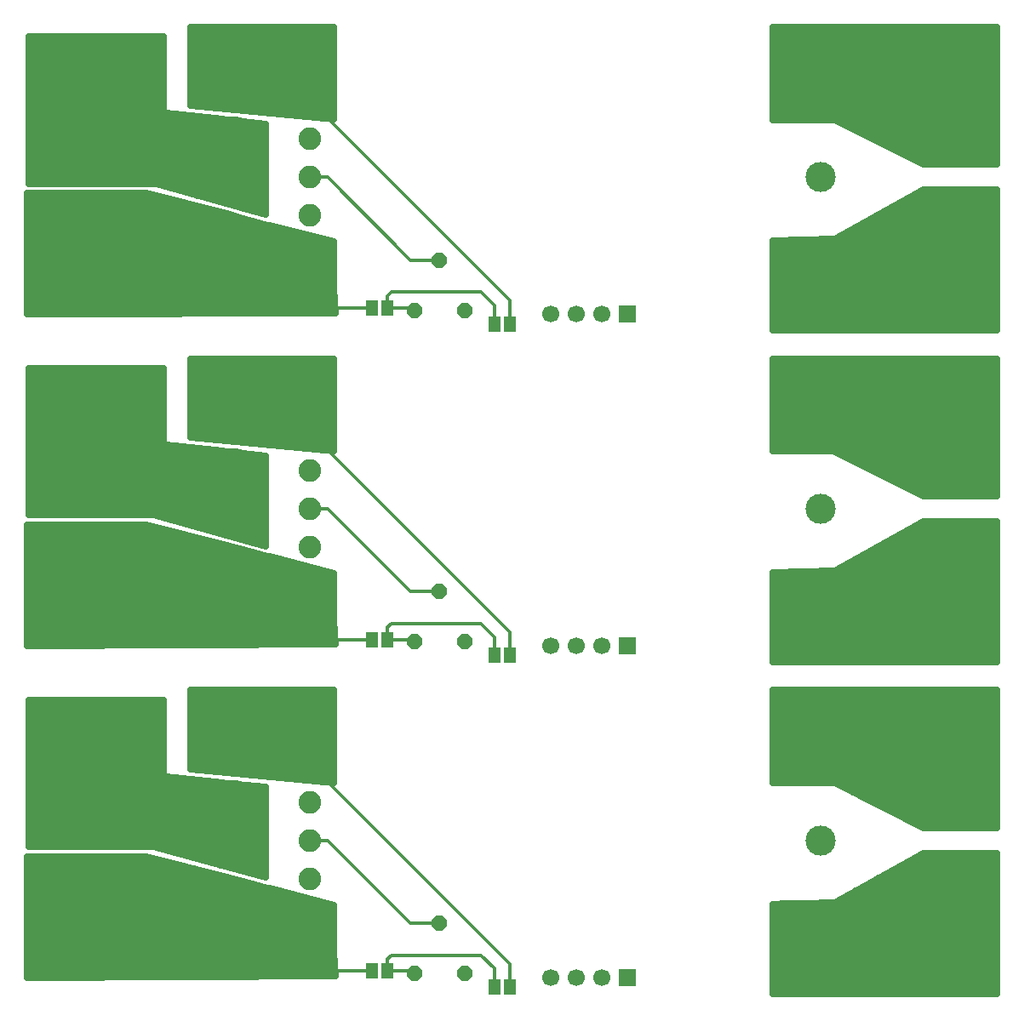
<source format=gbl>
G04 DipTrace 3.2.0.1*
G04 Bottom.GBL*
%MOIN*%
G04 #@! TF.FileFunction,Copper,L2,Bot*
G04 #@! TF.Part,Single*
%AMOUTLINE0*
4,1,8,
0.030488,-0.012629,
0.012629,-0.030488,
-0.012629,-0.030488,
-0.030488,-0.012629,
-0.030488,0.012629,
-0.012629,0.030488,
0.012629,0.030488,
0.030488,0.012629,
0.030488,-0.012629,
0*%
%AMOUTLINE1*
4,1,20,
0.0,0.070866,
0.027374,0.067398,
0.052068,0.057332,
0.071665,0.041654,
0.084247,0.021899,
0.088583,0.0,
0.084247,-0.021899,
0.071665,-0.041654,
0.052068,-0.057332,
0.027374,-0.067398,
0.0,-0.070866,
-0.027374,-0.067398,
-0.052068,-0.057332,
-0.071665,-0.041654,
-0.084247,-0.021899,
-0.088583,0.0,
-0.084247,0.021899,
-0.071665,0.041654,
-0.052068,0.057332,
-0.027374,0.067398,
0.0,0.070866,
0*%
G04 #@! TA.AperFunction,Conductor*
%ADD15C,0.012992*%
G04 #@! TA.AperFunction,CopperBalancing*
%ADD16C,0.025*%
G04 #@! TA.AperFunction,ComponentPad*
%ADD17R,0.066929X0.066929*%
%ADD18C,0.066929*%
%ADD19C,0.23622*%
%ADD20C,0.11811*%
%ADD21C,0.088583*%
%ADD22C,0.15*%
%ADD23C,0.062992*%
%ADD30R,0.046X0.063*%
G04 #@! TA.AperFunction,ComponentPad*
%ADD65OUTLINE0*%
%ADD66OUTLINE1*%
%FSLAX26Y26*%
G04*
G70*
G90*
G75*
G01*
G04 Bottom*
%LPD*%
X1953740Y81251D2*
D15*
Y172491D1*
X1169980Y956251D1*
Y356251D2*
Y209991D1*
X1236222Y143749D1*
X1416240D1*
X1169980Y656251D2*
X1241240D1*
X1566240Y331251D1*
X1678740D1*
X1476240Y143751D2*
Y191249D1*
X1491240Y206249D1*
X1841240D1*
X1893740Y153751D1*
Y81251D1*
X1476240Y143751D2*
X1570965D1*
X1580315Y134400D1*
X68758Y568882D2*
D16*
X620932D1*
X68758Y544013D2*
X717173D1*
X68758Y519144D2*
X813451D1*
X68758Y494276D2*
X906606D1*
X68758Y469407D2*
X996137D1*
X68758Y444538D2*
X1102246D1*
X68758Y419669D2*
X1198524D1*
X68758Y394801D2*
X1263725D1*
X68758Y369932D2*
X1263725D1*
X68758Y345063D2*
X1263725D1*
X68758Y320194D2*
X1263725D1*
X68758Y295325D2*
X1263725D1*
X68758Y270457D2*
X1263725D1*
X68758Y245588D2*
X1263725D1*
X68758Y220719D2*
X1263725D1*
X68758Y195850D2*
X1265053D1*
X68758Y170982D2*
X1266524D1*
X68758Y146113D2*
X1267996D1*
X68758Y121244D2*
X542597D1*
X532896Y592258D2*
X66258D1*
X66240Y118836D1*
X1271750Y124933D1*
X1266240Y218751D1*
Y402801D1*
X1015002Y467722D1*
X1009054Y467275D1*
X1004924Y467747D1*
X896684Y497729D1*
X857579Y508390D1*
X532900Y592266D1*
X2987508Y1218882D2*
X3857472D1*
X2987508Y1194013D2*
X3857472D1*
X2987508Y1169144D2*
X3857472D1*
X2987508Y1144276D2*
X3857472D1*
X2987508Y1119407D2*
X3857472D1*
X2987508Y1094538D2*
X3857472D1*
X2987508Y1069669D2*
X3857472D1*
X2987508Y1044801D2*
X3857472D1*
X2987508Y1019932D2*
X3857472D1*
X2987508Y995063D2*
X3857472D1*
X2987508Y970194D2*
X3857472D1*
X2987508Y945325D2*
X3857472D1*
X2987508Y920457D2*
X3857472D1*
X2987508Y895588D2*
X3857472D1*
X3248996Y870719D2*
X3857472D1*
X3298732Y845850D2*
X3857472D1*
X3348467Y820982D2*
X3857472D1*
X3398203Y796113D2*
X3857472D1*
X3447938Y771244D2*
X3857472D1*
X3497674Y746375D2*
X3857472D1*
X3547409Y721507D2*
X3857472D1*
X3859967Y1243751D2*
X2984958Y1243750D1*
X2984990Y881224D1*
X3224352Y881111D1*
X3227186Y880335D1*
X3575455Y706243D1*
X3859958Y706249D1*
X3859990Y1243746D1*
X3533307Y581382D2*
X3857472D1*
X3488380Y556513D2*
X3857472D1*
X3443453Y531644D2*
X3857472D1*
X3398526Y506776D2*
X3857472D1*
X3353599Y481907D2*
X3857472D1*
X3308672Y457038D2*
X3857472D1*
X3263745Y432169D2*
X3857472D1*
X3017184Y407301D2*
X3857472D1*
X2987508Y382432D2*
X3857472D1*
X2987508Y357563D2*
X3857472D1*
X2987508Y332694D2*
X3857472D1*
X2987508Y307825D2*
X3857472D1*
X2987508Y282957D2*
X3857472D1*
X2987508Y258088D2*
X3857472D1*
X2987508Y233219D2*
X3857472D1*
X2987508Y208350D2*
X3857472D1*
X2987508Y183482D2*
X3857472D1*
X2987508Y158613D2*
X3857472D1*
X2987508Y133744D2*
X3857472D1*
X2987508Y108875D2*
X3857472D1*
X2987508Y84007D2*
X3857472D1*
X2987508Y59138D2*
X3857472D1*
X3859990Y56273D2*
Y606234D1*
X3575721Y606251D1*
X3226759Y413251D1*
X3223898Y412580D1*
X2985001Y406558D1*
X2984990Y56226D1*
X3859958Y56249D1*
X706258Y1218882D2*
X1263743D1*
X706258Y1194013D2*
X1263743D1*
X706258Y1169144D2*
X1263743D1*
X706258Y1144276D2*
X1263743D1*
X706258Y1119407D2*
X1263743D1*
X706258Y1094538D2*
X1263743D1*
X706258Y1069669D2*
X1263743D1*
X706258Y1044801D2*
X1263743D1*
X706258Y1019932D2*
X1263743D1*
X706258Y995063D2*
X1263743D1*
X706258Y970194D2*
X1263743D1*
X706258Y945325D2*
X1263743D1*
X872330Y920457D2*
X1263743D1*
X1132096Y895588D2*
X1263743D1*
X1266217Y1243749D2*
X703747Y1243751D1*
X703740Y936343D1*
X1266215Y882506D1*
X1266240Y1243775D1*
X75007Y1181382D2*
X594993D1*
X75007Y1156513D2*
X594993D1*
X75007Y1131644D2*
X594993D1*
X75007Y1106776D2*
X594993D1*
X75007Y1081907D2*
X594993D1*
X75007Y1057038D2*
X594993D1*
X75007Y1032169D2*
X594993D1*
X75007Y1007301D2*
X594993D1*
X75007Y982432D2*
X594993D1*
X75007Y957563D2*
X594993D1*
X75007Y932694D2*
X594993D1*
X75007Y907825D2*
X601416D1*
X75007Y882957D2*
X819772D1*
X75007Y858088D2*
X994994D1*
X75007Y833219D2*
X994994D1*
X75007Y808350D2*
X994994D1*
X75007Y783482D2*
X994994D1*
X75007Y758613D2*
X994994D1*
X75007Y733744D2*
X994994D1*
X75007Y708875D2*
X994994D1*
X75007Y684007D2*
X994994D1*
X75007Y659138D2*
X994994D1*
X75007Y634269D2*
X994994D1*
X642839Y609400D2*
X994994D1*
X732370Y584531D2*
X994994D1*
X821901Y559663D2*
X994994D1*
X911432Y534794D2*
X994994D1*
X882854Y876327D2*
X873520Y875295D1*
X868319Y875543D1*
X837552Y879622D1*
X830497Y882056D1*
X607073Y906596D1*
X604316Y907613D1*
X601873Y909245D1*
X599878Y911403D1*
X598442Y913967D1*
X597645Y916795D1*
X597491Y927937D1*
Y1206219D1*
X72482Y1206251D1*
X72490Y631219D1*
X561408Y631170D1*
X572185Y628336D1*
X997493Y510195D1*
X997489Y863824D1*
X882889Y876327D1*
D17*
X2416240Y118749D3*
D18*
X2316240D3*
X2216240D3*
X2116240D3*
D19*
X3722490Y1131251D3*
Y831251D3*
Y468749D3*
Y168749D3*
D20*
X3169980Y956251D3*
Y656251D3*
Y356251D3*
D21*
X1169980Y656251D3*
Y506251D3*
Y806251D3*
D22*
Y956251D3*
Y356251D3*
D23*
X472490Y1106249D3*
X275640Y968454D3*
X472490Y830659D3*
X275640Y692864D3*
X472490Y555068D3*
X275640Y417273D3*
X472490Y279478D3*
X275640Y141682D3*
D65*
X1678740Y331251D3*
X1777165Y134400D3*
X1580315D3*
D30*
X1416240Y143749D3*
X1476240D3*
X1953740Y81251D3*
X1893740D3*
D66*
X872490Y625000D3*
Y821850D3*
Y979331D3*
Y1176181D3*
X1953740Y1380463D2*
D15*
Y1471703D1*
X1169980Y2255463D1*
Y1655463D2*
Y1509203D1*
X1236222Y1442962D1*
X1416240D1*
X1169980Y1955463D2*
X1241240D1*
X1566240Y1630463D1*
X1678740D1*
X1476240Y1442963D2*
Y1490462D1*
X1491240Y1505462D1*
X1841240D1*
X1893740Y1452963D1*
Y1380463D1*
X1476240Y1442963D2*
X1570965D1*
X1580315Y1433613D1*
X68758Y1868094D2*
D16*
X620932D1*
X68758Y1843226D2*
X717173D1*
X68758Y1818357D2*
X813451D1*
X68758Y1793488D2*
X906606D1*
X68758Y1768619D2*
X996137D1*
X68758Y1743751D2*
X1102246D1*
X68758Y1718882D2*
X1198524D1*
X68758Y1694013D2*
X1263725D1*
X68758Y1669144D2*
X1263725D1*
X68758Y1644276D2*
X1263725D1*
X68758Y1619407D2*
X1263725D1*
X68758Y1594538D2*
X1263725D1*
X68758Y1569669D2*
X1263725D1*
X68758Y1544801D2*
X1263725D1*
X68758Y1519932D2*
X1263725D1*
X68758Y1495063D2*
X1265053D1*
X68758Y1470194D2*
X1266524D1*
X68758Y1445325D2*
X1267996D1*
X68758Y1420457D2*
X542597D1*
X532896Y1891471D2*
X66258D1*
X66240Y1418048D1*
X1271750Y1424146D1*
X1266240Y1517963D1*
Y1702013D1*
X1015002Y1766935D1*
X1009054Y1766488D1*
X1004924Y1766960D1*
X896684Y1796942D1*
X857579Y1807603D1*
X532900Y1891478D1*
X2987508Y2518094D2*
X3857472D1*
X2987508Y2493226D2*
X3857472D1*
X2987508Y2468357D2*
X3857472D1*
X2987508Y2443488D2*
X3857472D1*
X2987508Y2418619D2*
X3857472D1*
X2987508Y2393751D2*
X3857472D1*
X2987508Y2368882D2*
X3857472D1*
X2987508Y2344013D2*
X3857472D1*
X2987508Y2319144D2*
X3857472D1*
X2987508Y2294276D2*
X3857472D1*
X2987508Y2269407D2*
X3857472D1*
X2987508Y2244538D2*
X3857472D1*
X2987508Y2219669D2*
X3857472D1*
X2987508Y2194801D2*
X3857472D1*
X3248996Y2169932D2*
X3857472D1*
X3298732Y2145063D2*
X3857472D1*
X3348467Y2120194D2*
X3857472D1*
X3398203Y2095325D2*
X3857472D1*
X3447938Y2070457D2*
X3857472D1*
X3497674Y2045588D2*
X3857472D1*
X3547409Y2020719D2*
X3857472D1*
X3859967Y2542963D2*
X2984958D1*
X2984990Y2180437D1*
X3224352Y2180324D1*
X3227186Y2179548D1*
X3575455Y2005455D1*
X3859958Y2005462D1*
X3859990Y2542959D1*
X3533307Y1880594D2*
X3857472D1*
X3488380Y1855726D2*
X3857472D1*
X3443453Y1830857D2*
X3857472D1*
X3398526Y1805988D2*
X3857472D1*
X3353599Y1781119D2*
X3857472D1*
X3308672Y1756251D2*
X3857472D1*
X3263745Y1731382D2*
X3857472D1*
X3017184Y1706513D2*
X3857472D1*
X2987508Y1681644D2*
X3857472D1*
X2987508Y1656776D2*
X3857472D1*
X2987508Y1631907D2*
X3857472D1*
X2987508Y1607038D2*
X3857472D1*
X2987508Y1582169D2*
X3857472D1*
X2987508Y1557301D2*
X3857472D1*
X2987508Y1532432D2*
X3857472D1*
X2987508Y1507563D2*
X3857472D1*
X2987508Y1482694D2*
X3857472D1*
X2987508Y1457825D2*
X3857472D1*
X2987508Y1432957D2*
X3857472D1*
X2987508Y1408088D2*
X3857472D1*
X2987508Y1383219D2*
X3857472D1*
X2987508Y1358350D2*
X3857472D1*
X3859990Y1355486D2*
Y1905447D1*
X3575721Y1905463D1*
X3226759Y1712464D1*
X3223898Y1711792D1*
X2985001Y1705771D1*
X2984990Y1355438D1*
X3859958Y1355462D1*
X706258Y2518094D2*
X1263743D1*
X706258Y2493226D2*
X1263743D1*
X706258Y2468357D2*
X1263743D1*
X706258Y2443488D2*
X1263743D1*
X706258Y2418619D2*
X1263743D1*
X706258Y2393751D2*
X1263743D1*
X706258Y2368882D2*
X1263743D1*
X706258Y2344013D2*
X1263743D1*
X706258Y2319144D2*
X1263743D1*
X706258Y2294276D2*
X1263743D1*
X706258Y2269407D2*
X1263743D1*
X706258Y2244538D2*
X1263743D1*
X872330Y2219669D2*
X1263743D1*
X1132096Y2194801D2*
X1263743D1*
X1266217Y2542962D2*
X703747Y2542963D1*
X703740Y2235556D1*
X1266215Y2181718D1*
X1266240Y2542988D1*
X75007Y2480594D2*
X594993D1*
X75007Y2455726D2*
X594993D1*
X75007Y2430857D2*
X594993D1*
X75007Y2405988D2*
X594993D1*
X75007Y2381119D2*
X594993D1*
X75007Y2356251D2*
X594993D1*
X75007Y2331382D2*
X594993D1*
X75007Y2306513D2*
X594993D1*
X75007Y2281644D2*
X594993D1*
X75007Y2256776D2*
X594993D1*
X75007Y2231907D2*
X594993D1*
X75007Y2207038D2*
X601416D1*
X75007Y2182169D2*
X819772D1*
X75007Y2157301D2*
X994994D1*
X75007Y2132432D2*
X994994D1*
X75007Y2107563D2*
X994994D1*
X75007Y2082694D2*
X994994D1*
X75007Y2057825D2*
X994994D1*
X75007Y2032957D2*
X994994D1*
X75007Y2008088D2*
X994994D1*
X75007Y1983219D2*
X994994D1*
X75007Y1958350D2*
X994994D1*
X75007Y1933482D2*
X994994D1*
X642839Y1908613D2*
X994994D1*
X732370Y1883744D2*
X994994D1*
X821901Y1858875D2*
X994994D1*
X911432Y1834007D2*
X994994D1*
X882854Y2175540D2*
X873520Y2174508D1*
X868319Y2174755D1*
X837552Y2178834D1*
X830497Y2181269D1*
X607073Y2205809D1*
X604316Y2206826D1*
X601873Y2208458D1*
X599878Y2210616D1*
X598442Y2213180D1*
X597645Y2216008D1*
X597491Y2227150D1*
Y2505431D1*
X72482Y2505463D1*
X72490Y1930431D1*
X561408Y1930382D1*
X572185Y1927549D1*
X997493Y1809408D1*
X997489Y2163037D1*
X882889Y2175540D1*
D17*
X2416240Y1417962D3*
D18*
X2316240D3*
X2216240D3*
X2116240D3*
D19*
X3722490Y2430463D3*
Y2130463D3*
Y1767962D3*
Y1467962D3*
D20*
X3169980Y2255463D3*
Y1955463D3*
Y1655463D3*
D21*
X1169980Y1955463D3*
Y1805463D3*
Y2105463D3*
D22*
Y2255463D3*
Y1655463D3*
D23*
X472490Y2405462D3*
X275640Y2267667D3*
X472490Y2129871D3*
X275640Y1992076D3*
X472490Y1854281D3*
X275640Y1716486D3*
X472490Y1578690D3*
X275640Y1440895D3*
D65*
X1678740Y1630463D3*
X1777165Y1433613D3*
X1580315D3*
D30*
X1416240Y1442962D3*
X1476240D3*
X1953740Y1380463D3*
X1893740D3*
D66*
X872490Y1924213D3*
Y2121063D3*
Y2278543D3*
Y2475394D3*
X1953740Y2679676D2*
D15*
Y2770916D1*
X1169980Y3554676D1*
Y2954676D2*
Y2808416D1*
X1236222Y2742175D1*
X1416240D1*
X1169980Y3254676D2*
X1241240D1*
X1566240Y2929676D1*
X1678740D1*
X1476240Y2742176D2*
Y2789675D1*
X1491240Y2804675D1*
X1841240D1*
X1893740Y2752176D1*
Y2679676D1*
X1476240Y2742176D2*
X1570965D1*
X1580315Y2732825D1*
X68758Y3167307D2*
D16*
X620932D1*
X68758Y3142438D2*
X717173D1*
X68758Y3117570D2*
X813451D1*
X68758Y3092701D2*
X906606D1*
X68758Y3067832D2*
X996137D1*
X68758Y3042963D2*
X1102246D1*
X68758Y3018094D2*
X1198524D1*
X68758Y2993226D2*
X1263725D1*
X68758Y2968357D2*
X1263725D1*
X68758Y2943488D2*
X1263725D1*
X68758Y2918619D2*
X1263725D1*
X68758Y2893751D2*
X1263725D1*
X68758Y2868882D2*
X1263725D1*
X68758Y2844013D2*
X1263725D1*
X68758Y2819144D2*
X1263725D1*
X68758Y2794276D2*
X1265053D1*
X68758Y2769407D2*
X1266524D1*
X68758Y2744538D2*
X1267996D1*
X68758Y2719669D2*
X542597D1*
X532896Y3190684D2*
X66258D1*
X66240Y2717261D1*
X1271750Y2723358D1*
X1266240Y2817176D1*
Y3001226D1*
X1015002Y3066147D1*
X1009054Y3065700D1*
X1004924Y3066173D1*
X896684Y3096154D1*
X857579Y3106815D1*
X532900Y3190691D1*
X2987508Y3817307D2*
X3857472D1*
X2987508Y3792438D2*
X3857472D1*
X2987508Y3767570D2*
X3857472D1*
X2987508Y3742701D2*
X3857472D1*
X2987508Y3717832D2*
X3857472D1*
X2987508Y3692963D2*
X3857472D1*
X2987508Y3668094D2*
X3857472D1*
X2987508Y3643226D2*
X3857472D1*
X2987508Y3618357D2*
X3857472D1*
X2987508Y3593488D2*
X3857472D1*
X2987508Y3568619D2*
X3857472D1*
X2987508Y3543751D2*
X3857472D1*
X2987508Y3518882D2*
X3857472D1*
X2987508Y3494013D2*
X3857472D1*
X3248996Y3469144D2*
X3857472D1*
X3298732Y3444276D2*
X3857472D1*
X3348467Y3419407D2*
X3857472D1*
X3398203Y3394538D2*
X3857472D1*
X3447938Y3369669D2*
X3857472D1*
X3497674Y3344801D2*
X3857472D1*
X3547409Y3319932D2*
X3857472D1*
X3859967Y3842176D2*
X2984958Y3842175D1*
X2984990Y3479650D1*
X3224352Y3479536D1*
X3227186Y3478760D1*
X3575455Y3304668D1*
X3859958Y3304675D1*
X3859990Y3842171D1*
X3533307Y3179807D2*
X3857472D1*
X3488380Y3154938D2*
X3857472D1*
X3443453Y3130070D2*
X3857472D1*
X3398526Y3105201D2*
X3857472D1*
X3353599Y3080332D2*
X3857472D1*
X3308672Y3055463D2*
X3857472D1*
X3263745Y3030594D2*
X3857472D1*
X3017184Y3005726D2*
X3857472D1*
X2987508Y2980857D2*
X3857472D1*
X2987508Y2955988D2*
X3857472D1*
X2987508Y2931119D2*
X3857472D1*
X2987508Y2906251D2*
X3857472D1*
X2987508Y2881382D2*
X3857472D1*
X2987508Y2856513D2*
X3857472D1*
X2987508Y2831644D2*
X3857472D1*
X2987508Y2806776D2*
X3857472D1*
X2987508Y2781907D2*
X3857472D1*
X2987508Y2757038D2*
X3857472D1*
X2987508Y2732169D2*
X3857472D1*
X2987508Y2707301D2*
X3857472D1*
X2987508Y2682432D2*
X3857472D1*
X2987508Y2657563D2*
X3857472D1*
X3859990Y2654698D2*
Y3204659D1*
X3575721Y3204676D1*
X3226759Y3011677D1*
X3223898Y3011005D1*
X2985001Y3004983D1*
X2984990Y2654651D1*
X3859958Y2654675D1*
X706258Y3817307D2*
X1263743D1*
X706258Y3792438D2*
X1263743D1*
X706258Y3767570D2*
X1263743D1*
X706258Y3742701D2*
X1263743D1*
X706258Y3717832D2*
X1263743D1*
X706258Y3692963D2*
X1263743D1*
X706258Y3668094D2*
X1263743D1*
X706258Y3643226D2*
X1263743D1*
X706258Y3618357D2*
X1263743D1*
X706258Y3593488D2*
X1263743D1*
X706258Y3568619D2*
X1263743D1*
X706258Y3543751D2*
X1263743D1*
X872330Y3518882D2*
X1263743D1*
X1132096Y3494013D2*
X1263743D1*
X1266217Y3842174D2*
X703747Y3842176D1*
X703740Y3534768D1*
X1266215Y3480931D1*
X1266240Y3842200D1*
X75007Y3779807D2*
X594993D1*
X75007Y3754938D2*
X594993D1*
X75007Y3730070D2*
X594993D1*
X75007Y3705201D2*
X594993D1*
X75007Y3680332D2*
X594993D1*
X75007Y3655463D2*
X594993D1*
X75007Y3630594D2*
X594993D1*
X75007Y3605726D2*
X594993D1*
X75007Y3580857D2*
X594993D1*
X75007Y3555988D2*
X594993D1*
X75007Y3531119D2*
X594993D1*
X75007Y3506251D2*
X601416D1*
X75007Y3481382D2*
X819772D1*
X75007Y3456513D2*
X994994D1*
X75007Y3431644D2*
X994994D1*
X75007Y3406776D2*
X994994D1*
X75007Y3381907D2*
X994994D1*
X75007Y3357038D2*
X994994D1*
X75007Y3332169D2*
X994994D1*
X75007Y3307301D2*
X994994D1*
X75007Y3282432D2*
X994994D1*
X75007Y3257563D2*
X994994D1*
X75007Y3232694D2*
X994994D1*
X642839Y3207825D2*
X994994D1*
X732370Y3182957D2*
X994994D1*
X821901Y3158088D2*
X994994D1*
X911432Y3133219D2*
X994994D1*
X882854Y3474752D2*
X873520Y3473721D1*
X868319Y3473968D1*
X837552Y3478047D1*
X830497Y3480481D1*
X607073Y3505021D1*
X604316Y3506038D1*
X601873Y3507671D1*
X599878Y3509828D1*
X598442Y3512392D1*
X597645Y3515220D1*
X597491Y3526362D1*
Y3804644D1*
X72482Y3804676D1*
X72490Y3229644D1*
X561408Y3229595D1*
X572185Y3226761D1*
X997493Y3108621D1*
X997489Y3462249D1*
X882889Y3474752D1*
D17*
X2416240Y2717175D3*
D18*
X2316240D3*
X2216240D3*
X2116240D3*
D19*
X3722490Y3729676D3*
Y3429676D3*
Y3067175D3*
Y2767175D3*
D20*
X3169980Y3554676D3*
Y3254676D3*
Y2954676D3*
D21*
X1169980Y3254676D3*
Y3104676D3*
Y3404676D3*
D22*
Y3554676D3*
Y2954676D3*
D23*
X472490Y3704675D3*
X275640Y3566879D3*
X472490Y3429084D3*
X275640Y3291289D3*
X472490Y3153493D3*
X275640Y3015698D3*
X472490Y2877903D3*
X275640Y2740108D3*
D65*
X1678740Y2929676D3*
X1777165Y2732825D3*
X1580315D3*
D30*
X1416240Y2742175D3*
X1476240D3*
X1953740Y2679676D3*
X1893740D3*
D66*
X872490Y3223425D3*
Y3420276D3*
Y3577756D3*
Y3774606D3*
M02*

</source>
